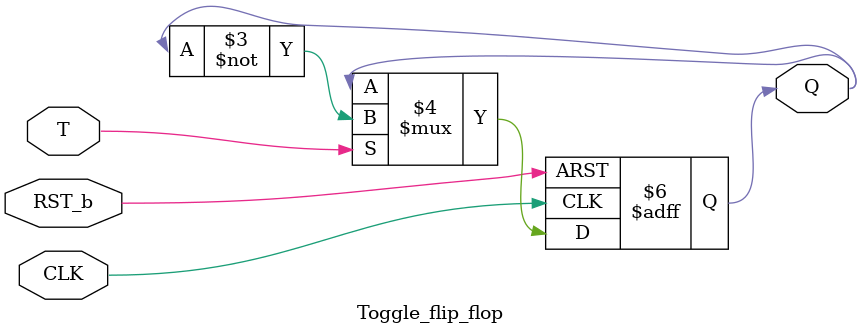
<source format=sv>
module Moore_Model_STR_Fig_5_20 (
	output y_out, A, B,
	input x_in, clock, reset);
	wire TA, TB;
	// Flip-fl op input equations
	assign TA = x_in & B;
	assign TB = x_in;
	// Output equation
	assign y_out = A & B;
	// Instantiate Toggle fl ip-fl ops
	 Toggle_flip_flop M_A (A, TA, clock, reset);
	 Toggle_flip_flop M_B (B, TB, clock, reset);
endmodule
          
module Toggle_flip_flop (Q, T, CLK, RST_b);
	output Q;
	input T, CLK, RST_b;
	reg Q;
	always @ ( posedge CLK, negedge RST_b)
	 if (RST_b == 0)
	    Q <= 1'b0;
	 else if (T)   // alternative else Q <= Q ^ T 
	    Q <= ~Q; 
endmodule
</source>
